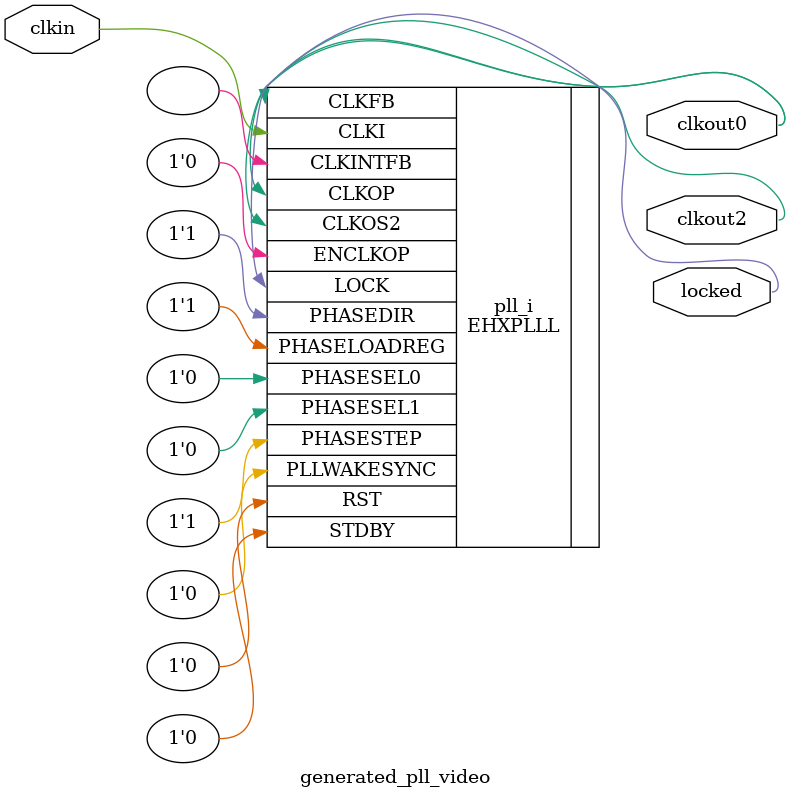
<source format=v>
module generated_pll_video
(
    input clkin, // 100 MHz, 0 deg
    output clkout0, // 168.75 MHz, 0 deg
    output clkout2, // 33.75 MHz, 0 deg
    output locked
);
(* FREQUENCY_PIN_CLKI="100" *)
(* FREQUENCY_PIN_CLKOP="168.75" *)
(* FREQUENCY_PIN_CLKOS2="33.75" *)
(* ICP_CURRENT="12" *) (* LPF_RESISTOR="8" *) (* MFG_ENABLE_FILTEROPAMP="1" *) (* MFG_GMCREF_SEL="2" *)
EHXPLLL #(
        .PLLRST_ENA("DISABLED"),
        .INTFB_WAKE("DISABLED"),
        .STDBY_ENABLE("DISABLED"),
        .DPHASE_SOURCE("DISABLED"),
        .OUTDIVIDER_MUXA("DIVA"),
        .OUTDIVIDER_MUXB("DIVB"),
        .OUTDIVIDER_MUXC("DIVC"),
        .OUTDIVIDER_MUXD("DIVD"),
        .CLKI_DIV(16),
        .CLKOP_ENABLE("ENABLED"),
        .CLKOP_DIV(4),
        .CLKOP_CPHASE(2),
        .CLKOP_FPHASE(0),
        .CLKOS2_ENABLE("ENABLED"),
        .CLKOS2_DIV(20),
        .CLKOS2_CPHASE(2),
        .CLKOS2_FPHASE(0),
        .FEEDBK_PATH("CLKOP"),
        .CLKFB_DIV(27)
    ) pll_i (
        .RST(1'b0),
        .STDBY(1'b0),
        .CLKI(clkin),
        .CLKOP(clkout0),
        .CLKOS2(clkout2),
        .CLKFB(clkout0),
        .CLKINTFB(),
        .PHASESEL0(1'b0),
        .PHASESEL1(1'b0),
        .PHASEDIR(1'b1),
        .PHASESTEP(1'b1),
        .PHASELOADREG(1'b1),
        .PLLWAKESYNC(1'b0),
        .ENCLKOP(1'b0),
        .LOCK(locked)
	);
endmodule

</source>
